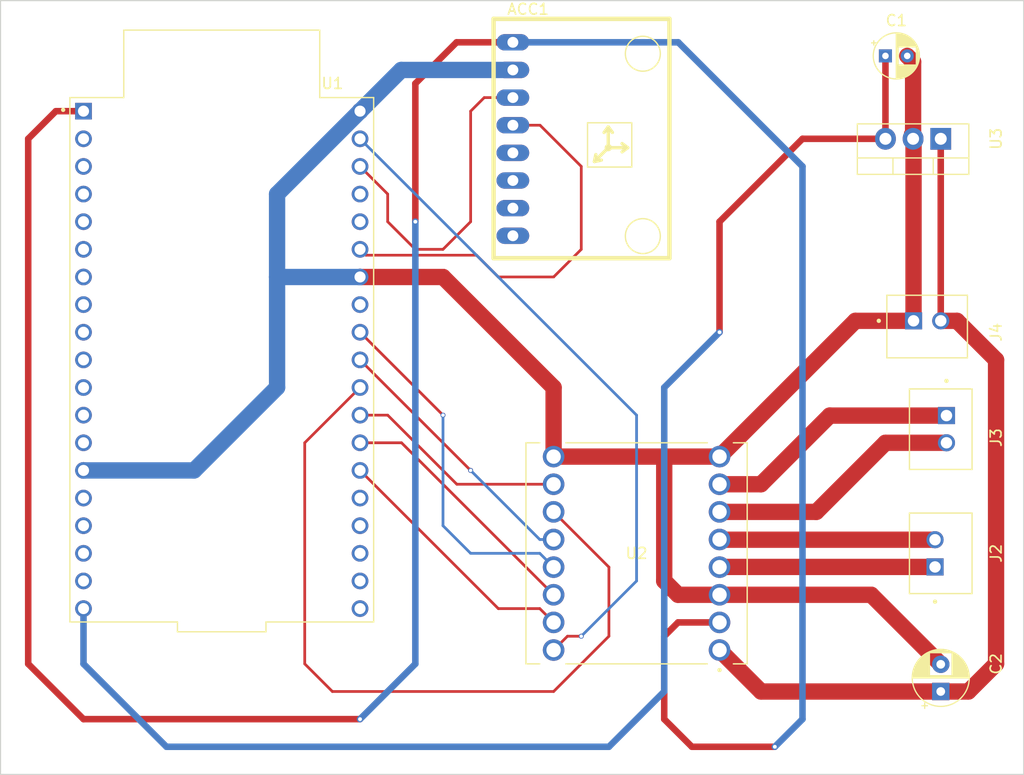
<source format=kicad_pcb>
(kicad_pcb (version 20221018) (generator pcbnew)
  (layers (0 "F.Cu" signal) (31 "B.Cu" signal) (34 "B.Paste" user) (35 "F.Paste" user) (36 "B.SilkS" user "B.Silkscreen") (37 "F.SilkS" user "F.Silkscreen") (38 "B.Mask" user) (39 "F.Mask" user) (44 "Edge.Cuts" user))
  (net 0 "")
  (net 3 "Net-(U1-IO21)")
  (net 4 "Net-(U1-IO22)")
  (net 5 "GND")
  (net 6 "+3.3V")
  (net 9 "+5V")
  (net 10 "+6V")
  (net 11 "Net-(U2-A02)")
  (net 12 "Net-(U2-A01)")
  (net 13 "Net-(U2-B02)")
  (net 14 "Net-(U2-B01)")
  (net 36 "Net-(U1-IO0)")
  (net 37 "Net-(U1-IO4)")
  (net 38 "Net-(U1-IO16)")
  (net 39 "Net-(U1-IO17)")
  (net 40 "Net-(U1-IO5)")
  (net 41 "Net-(U1-IO18)")
  (net 45 "Net-(U1-IO23)")
  (footprint "B2B-XH-A__LF__SN_:JST_B2B-XH-A__LF__SN_" (layer "F.Cu") (at 208.28 109.22 -90)
    (fp_text reference "J2" (at 0 -5.08 90) (layer "F.SilkS"))
    (fp_text value "MotorA")
    (fp_line (start -3.7 -2.875) (end 3.7 -2.875) (stroke (width 0.127)) (layer "F.SilkS"))
    (fp_line (start -3.7 2.875) (end -3.7 -2.875) (stroke (width 0.127)) (layer "F.SilkS"))
    (fp_line (start 3.7 -2.875) (end 3.7 2.875) (stroke (width 0.127)) (layer "F.SilkS"))
    (fp_line (start 3.7 2.875) (end -3.7 2.875) (stroke (width 0.127)) (layer "F.SilkS"))
    (fp_circle (center 4.44 0.525) (end 4.54 0.525) (stroke (width 0.2)) (fill none) (layer "F.SilkS"))
    (pad "1" thru_hole rect (at 1.25 0.525 270) (size 1.575 1.575) (drill 1.05) (layers "*.Cu" "*.Mask") (net 12 "Net-(U2-A01)"))
    (pad "2" thru_hole circle (at -1.25 0.525 270) (size 1.575 1.575) (drill 1.05) (layers "*.Cu" "*.Mask") (net 11 "Net-(U2-A02)"))
  )
  (footprint "Capacitor_THT:CP_Radial_D4.0mm_P2.00mm" (layer "F.Cu") (at 203.2 63.5)
    (fp_text reference "C1" (at 1 -3.25) (layer "F.SilkS"))
    (fp_text value "0.1 µF")
    (fp_line (start -1.269801 -1.195) (end -0.869801 -1.195) (stroke (width 0.12)) (layer "F.SilkS"))
    (fp_line (start -1.069801 -1.395) (end -1.069801 -0.995) (stroke (width 0.12)) (layer "F.SilkS"))
    (fp_line (start 1 -2.08) (end 1 2.08) (stroke (width 0.12)) (layer "F.SilkS"))
    (fp_line (start 1.04 -2.08) (end 1.04 2.08) (stroke (width 0.12)) (layer "F.SilkS"))
    (fp_line (start 1.08 -2.079) (end 1.08 2.079) (stroke (width 0.12)) (layer "F.SilkS"))
    (fp_line (start 1.12 -2.077) (end 1.12 2.077) (stroke (width 0.12)) (layer "F.SilkS"))
    (fp_line (start 1.16 -2.074) (end 1.16 2.074) (stroke (width 0.12)) (layer "F.SilkS"))
    (fp_line (start 1.2 -2.071) (end 1.2 -0.84) (stroke (width 0.12)) (layer "F.SilkS"))
    (fp_line (start 1.2 0.84) (end 1.2 2.071) (stroke (width 0.12)) (layer "F.SilkS"))
    (fp_line (start 1.24 -2.067) (end 1.24 -0.84) (stroke (width 0.12)) (layer "F.SilkS"))
    (fp_line (start 1.24 0.84) (end 1.24 2.067) (stroke (width 0.12)) (layer "F.SilkS"))
    (fp_line (start 1.28 -2.062) (end 1.28 -0.84) (stroke (width 0.12)) (layer "F.SilkS"))
    (fp_line (start 1.28 0.84) (end 1.28 2.062) (stroke (width 0.12)) (layer "F.SilkS"))
    (fp_line (start 1.32 -2.056) (end 1.32 -0.84) (stroke (width 0.12)) (layer "F.SilkS"))
    (fp_line (start 1.32 0.84) (end 1.32 2.056) (stroke (width 0.12)) (layer "F.SilkS"))
    (fp_line (start 1.36 -2.05) (end 1.36 -0.84) (stroke (width 0.12)) (layer "F.SilkS"))
    (fp_line (start 1.36 0.84) (end 1.36 2.05) (stroke (width 0.12)) (layer "F.SilkS"))
    (fp_line (start 1.4 -2.042) (end 1.4 -0.84) (stroke (width 0.12)) (layer "F.SilkS"))
    (fp_line (start 1.4 0.84) (end 1.4 2.042) (stroke (width 0.12)) (layer "F.SilkS"))
    (fp_line (start 1.44 -2.034) (end 1.44 -0.84) (stroke (width 0.12)) (layer "F.SilkS"))
    (fp_line (start 1.44 0.84) (end 1.44 2.034) (stroke (width 0.12)) (layer "F.SilkS"))
    (fp_line (start 1.48 -2.025) (end 1.48 -0.84) (stroke (width 0.12)) (layer "F.SilkS"))
    (fp_line (start 1.48 0.84) (end 1.48 2.025) (stroke (width 0.12)) (layer "F.SilkS"))
    (fp_line (start 1.52 -2.016) (end 1.52 -0.84) (stroke (width 0.12)) (layer "F.SilkS"))
    (fp_line (start 1.52 0.84) (end 1.52 2.016) (stroke (width 0.12)) (layer "F.SilkS"))
    (fp_line (start 1.56 -2.005) (end 1.56 -0.84) (stroke (width 0.12)) (layer "F.SilkS"))
    (fp_line (start 1.56 0.84) (end 1.56 2.005) (stroke (width 0.12)) (layer "F.SilkS"))
    (fp_line (start 1.6 -1.994) (end 1.6 -0.84) (stroke (width 0.12)) (layer "F.SilkS"))
    (fp_line (start 1.6 0.84) (end 1.6 1.994) (stroke (width 0.12)) (layer "F.SilkS"))
    (fp_line (start 1.64 -1.982) (end 1.64 -0.84) (stroke (width 0.12)) (layer "F.SilkS"))
    (fp_line (start 1.64 0.84) (end 1.64 1.982) (stroke (width 0.12)) (layer "F.SilkS"))
    (fp_line (start 1.68 -1.968) (end 1.68 -0.84) (stroke (width 0.12)) (layer "F.SilkS"))
    (fp_line (start 1.68 0.84) (end 1.68 1.968) (stroke (width 0.12)) (layer "F.SilkS"))
    (fp_line (start 1.721 -1.954) (end 1.721 -0.84) (stroke (width 0.12)) (layer "F.SilkS"))
    (fp_line (start 1.721 0.84) (end 1.721 1.954) (stroke (width 0.12)) (layer "F.SilkS"))
    (fp_line (start 1.761 -1.94) (end 1.761 -0.84) (stroke (width 0.12)) (layer "F.SilkS"))
    (fp_line (start 1.761 0.84) (end 1.761 1.94) (stroke (width 0.12)) (layer "F.SilkS"))
    (fp_line (start 1.801 -1.924) (end 1.801 -0.84) (stroke (width 0.12)) (layer "F.SilkS"))
    (fp_line (start 1.801 0.84) (end 1.801 1.924) (stroke (width 0.12)) (layer "F.SilkS"))
    (fp_line (start 1.841 -1.907) (end 1.841 -0.84) (stroke (width 0.12)) (layer "F.SilkS"))
    (fp_line (start 1.841 0.84) (end 1.841 1.907) (stroke (width 0.12)) (layer "F.SilkS"))
    (fp_line (start 1.881 -1.889) (end 1.881 -0.84) (stroke (width 0.12)) (layer "F.SilkS"))
    (fp_line (start 1.881 0.84) (end 1.881 1.889) (stroke (width 0.12)) (layer "F.SilkS"))
    (fp_line (start 1.921 -1.87) (end 1.921 -0.84) (stroke (width 0.12)) (layer "F.SilkS"))
    (fp_line (start 1.921 0.84) (end 1.921 1.87) (stroke (width 0.12)) (layer "F.SilkS"))
    (fp_line (start 1.961 -1.851) (end 1.961 -0.84) (stroke (width 0.12)) (layer "F.SilkS"))
    (fp_line (start 1.961 0.84) (end 1.961 1.851) (stroke (width 0.12)) (layer "F.SilkS"))
    (fp_line (start 2.001 -1.83) (end 2.001 -0.84) (stroke (width 0.12)) (layer "F.SilkS"))
    (fp_line (start 2.001 0.84) (end 2.001 1.83) (stroke (width 0.12)) (layer "F.SilkS"))
    (fp_line (start 2.041 -1.808) (end 2.041 -0.84) (stroke (width 0.12)) (layer "F.SilkS"))
    (fp_line (start 2.041 0.84) (end 2.041 1.808) (stroke (width 0.12)) (layer "F.SilkS"))
    (fp_line (start 2.081 -1.785) (end 2.081 -0.84) (stroke (width 0.12)) (layer "F.SilkS"))
    (fp_line (start 2.081 0.84) (end 2.081 1.785) (stroke (width 0.12)) (layer "F.SilkS"))
    (fp_line (start 2.121 -1.76) (end 2.121 -0.84) (stroke (width 0.12)) (layer "F.SilkS"))
    (fp_line (start 2.121 0.84) (end 2.121 1.76) (stroke (width 0.12)) (layer "F.SilkS"))
    (fp_line (start 2.161 -1.735) (end 2.161 -0.84) (stroke (width 0.12)) (layer "F.SilkS"))
    (fp_line (start 2.161 0.84) (end 2.161 1.735) (stroke (width 0.12)) (layer "F.SilkS"))
    (fp_line (start 2.201 -1.708) (end 2.201 -0.84) (stroke (width 0.12)) (layer "F.SilkS"))
    (fp_line (start 2.201 0.84) (end 2.201 1.708) (stroke (width 0.12)) (layer "F.SilkS"))
    (fp_line (start 2.241 -1.68) (end 2.241 -0.84) (stroke (width 0.12)) (layer "F.SilkS"))
    (fp_line (start 2.241 0.84) (end 2.241 1.68) (stroke (width 0.12)) (layer "F.SilkS"))
    (fp_line (start 2.281 -1.65) (end 2.281 -0.84) (stroke (width 0.12)) (layer "F.SilkS"))
    (fp_line (start 2.281 0.84) (end 2.281 1.65) (stroke (width 0.12)) (layer "F.SilkS"))
    (fp_line (start 2.321 -1.619) (end 2.321 -0.84) (stroke (width 0.12)) (layer "F.SilkS"))
    (fp_line (start 2.321 0.84) (end 2.321 1.619) (stroke (width 0.12)) (layer "F.SilkS"))
    (fp_line (start 2.361 -1.587) (end 2.361 -0.84) (stroke (width 0.12)) (layer "F.SilkS"))
    (fp_line (start 2.361 0.84) (end 2.361 1.587) (stroke (width 0.12)) (layer "F.SilkS"))
    (fp_line (start 2.401 -1.552) (end 2.401 -0.84) (stroke (width 0.12)) (layer "F.SilkS"))
    (fp_line (start 2.401 0.84) (end 2.401 1.552) (stroke (width 0.12)) (layer "F.SilkS"))
    (fp_line (start 2.441 -1.516) (end 2.441 -0.84) (stroke (width 0.12)) (layer "F.SilkS"))
    (fp_line (start 2.441 0.84) (end 2.441 1.516) (stroke (width 0.12)) (layer "F.SilkS"))
    (fp_line (start 2.481 -1.478) (end 2.481 -0.84) (stroke (width 0.12)) (layer "F.SilkS"))
    (fp_line (start 2.481 0.84) (end 2.481 1.478) (stroke (width 0.12)) (layer "F.SilkS"))
    (fp_line (start 2.521 -1.438) (end 2.521 -0.84) (stroke (width 0.12)) (layer "F.SilkS"))
    (fp_line (start 2.521 0.84) (end 2.521 1.438) (stroke (width 0.12)) (layer "F.SilkS"))
    (fp_line (start 2.561 -1.396) (end 2.561 -0.84) (stroke (width 0.12)) (layer "F.SilkS"))
    (fp_line (start 2.561 0.84) (end 2.561 1.396) (stroke (width 0.12)) (layer "F.SilkS"))
    (fp_line (start 2.601 -1.351) (end 2.601 -0.84) (stroke (width 0.12)) (layer "F.SilkS"))
    (fp_line (start 2.601 0.84) (end 2.601 1.351) (stroke (width 0.12)) (layer "F.SilkS"))
    (fp_line (start 2.641 -1.304) (end 2.641 -0.84) (stroke (width 0.12)) (layer "F.SilkS"))
    (fp_line (start 2.641 0.84) (end 2.641 1.304) (stroke (width 0.12)) (layer "F.SilkS"))
    (fp_line (start 2.681 -1.254) (end 2.681 -0.84) (stroke (width 0.12)) (layer "F.SilkS"))
    (fp_line (start 2.681 0.84) (end 2.681 1.254) (stroke (width 0.12)) (layer "F.SilkS"))
    (fp_line (start 2.721 -1.2) (end 2.721 -0.84) (stroke (width 0.12)) (layer "F.SilkS"))
    (fp_line (start 2.721 0.84) (end 2.721 1.2) (stroke (width 0.12)) (layer "F.SilkS"))
    (fp_line (start 2.761 -1.142) (end 2.761 -0.84) (stroke (width 0.12)) (layer "F.SilkS"))
    (fp_line (start 2.761 0.84) (end 2.761 1.142) (stroke (width 0.12)) (layer "F.SilkS"))
    (fp_line (start 2.801 -1.08) (end 2.801 -0.84) (stroke (width 0.12)) (layer "F.SilkS"))
    (fp_line (start 2.801 0.84) (end 2.801 1.08) (stroke (width 0.12)) (layer "F.SilkS"))
    (fp_line (start 2.841 -1.013) (end 2.841 1.013) (stroke (width 0.12)) (layer "F.SilkS"))
    (fp_line (start 2.881 -0.94) (end 2.881 0.94) (stroke (width 0.12)) (layer "F.SilkS"))
    (fp_line (start 2.921 -0.859) (end 2.921 0.859) (stroke (width 0.12)) (layer "F.SilkS"))
    (fp_line (start 2.961 -0.768) (end 2.961 0.768) (stroke (width 0.12)) (layer "F.SilkS"))
    (fp_line (start 3.001 -0.664) (end 3.001 0.664) (stroke (width 0.12)) (layer "F.SilkS"))
    (fp_line (start 3.041 -0.537) (end 3.041 0.537) (stroke (width 0.12)) (layer "F.SilkS"))
    (fp_line (start 3.081 -0.37) (end 3.081 0.37) (stroke (width 0.12)) (layer "F.SilkS"))
    (fp_circle (center 1 0) (end 3.12 0) (stroke (width 0.12)) (fill none) (layer "F.SilkS"))
    (pad "1" thru_hole rect (at 0 0) (size 1.2 1.2) (drill 0.6) (layers "*.Cu" "*.Mask") (net 9 "+5V"))
    (pad "2" thru_hole circle (at 2 0) (size 1.2 1.2) (drill 0.6) (layers "*.Cu" "*.Mask") (net 5 "GND"))
  )
  (footprint "Package_TO_SOT_THT:TO-220-3_Vertical" (layer "F.Cu") (at 208.28 71.12 180)
    (fp_text reference "U3" (at -5.08 0 270) (layer "F.SilkS"))
    (fp_text value "LM7805_TO220")
    (fp_line (start -2.58 -3.27) (end -2.58 1.371) (stroke (width 0.12)) (layer "F.SilkS"))
    (fp_line (start -2.58 -3.27) (end 7.66 -3.27) (stroke (width 0.12)) (layer "F.SilkS"))
    (fp_line (start -2.58 -1.76) (end 7.66 -1.76) (stroke (width 0.12)) (layer "F.SilkS"))
    (fp_line (start -2.58 1.371) (end 7.66 1.371) (stroke (width 0.12)) (layer "F.SilkS"))
    (fp_line (start 0.69 -3.27) (end 0.69 -1.76) (stroke (width 0.12)) (layer "F.SilkS"))
    (fp_line (start 4.391 -3.27) (end 4.391 -1.76) (stroke (width 0.12)) (layer "F.SilkS"))
    (fp_line (start 7.66 -3.27) (end 7.66 1.371) (stroke (width 0.12)) (layer "F.SilkS"))
    (pad "1" thru_hole rect (at 0 0 180) (size 1.905 2) (drill 1.1) (layers "*.Cu" "*.Mask") (net 10 "+6V"))
    (pad "2" thru_hole oval (at 2.54 0 180) (size 1.905 2) (drill 1.1) (layers "*.Cu" "*.Mask") (net 5 "GND"))
    (pad "3" thru_hole oval (at 5.08 0 180) (size 1.905 2) (drill 1.1) (layers "*.Cu" "*.Mask") (net 9 "+5V"))
  )
  (footprint "GY-521:GY-521" (layer "F.Cu") (at 167.2084 82.0966)
    (fp_text reference "ACC1" (at 3.167 -22.8854) (layer "F.SilkS"))
    (fp_text value "GY-521")
    (fp_line (start 0 -22) (end 0 0) (stroke (width 0.4064)) (layer "F.SilkS"))
    (fp_line (start 0 0) (end 16.15 0) (stroke (width 0.4064)) (layer "F.SilkS"))
    (fp_line (start 8.628 -12.446) (end 8.628 -8.382) (stroke (width 0.127)) (layer "F.SilkS"))
    (fp_line (start 8.628 -8.382) (end 12.692 -8.382) (stroke (width 0.127)) (layer "F.SilkS"))
    (fp_line (start 9.263 -8.89) (end 9.39 -9.525) (stroke (width 0.3048)) (layer "F.SilkS"))
    (fp_line (start 9.263 -8.89) (end 9.898 -9.017) (stroke (width 0.3048)) (layer "F.SilkS"))
    (fp_line (start 10.533 -12.065) (end 10.152 -11.557) (stroke (width 0.3048)) (layer "F.SilkS"))
    (fp_line (start 10.533 -10.16) (end 9.263 -8.89) (stroke (width 0.3048)) (layer "F.SilkS"))
    (fp_line (start 10.533 -10.16) (end 10.533 -12.065) (stroke (width 0.3048)) (layer "F.SilkS"))
    (fp_line (start 10.533 -10.16) (end 12.311 -10.16) (stroke (width 0.3048)) (layer "F.SilkS"))
    (fp_line (start 10.914 -11.557) (end 10.533 -12.065) (stroke (width 0.3048)) (layer "F.SilkS"))
    (fp_line (start 11.803 -10.541) (end 12.311 -10.16) (stroke (width 0.3048)) (layer "F.SilkS"))
    (fp_line (start 12.311 -10.16) (end 11.803 -9.779) (stroke (width 0.3048)) (layer "F.SilkS"))
    (fp_line (start 12.692 -12.446) (end 8.628 -12.446) (stroke (width 0.127)) (layer "F.SilkS"))
    (fp_line (start 12.692 -8.382) (end 12.692 -12.446) (stroke (width 0.127)) (layer "F.SilkS"))
    (fp_line (start 16.15 -22) (end 0 -22) (stroke (width 0.4064)) (layer "F.SilkS"))
    (fp_line (start 16.15 0) (end 16.15 -22) (stroke (width 0.4064)) (layer "F.SilkS"))
    (fp_circle (center 10.533 -10.16) (end 10.712603 -10.16) (stroke (width 0.3048)) (fill none) (layer "F.SilkS"))
    (fp_circle (center 13.708 -18.796) (end 15.31443 -18.796) (stroke (width 0.127)) (fill none) (layer "F.SilkS"))
    (fp_circle (center 13.708 -2.032) (end 15.31443 -2.032) (stroke (width 0.127)) (fill none) (layer "F.SilkS"))
    (pad "AD0" thru_hole oval (at 1.77 -4.604) (size 3 1.5) (drill 1) (layers "*.Cu" "*.Mask"))
    (pad "GND" thru_hole oval (at 1.77 -17.304) (size 3 1.5) (drill 1) (layers "*.Cu" "*.Mask") (net 5 "GND"))
    (pad "INT" thru_hole oval (at 1.77 -2.064) (size 3 1.5) (drill 1) (layers "*.Cu" "*.Mask"))
    (pad "SCL" thru_hole oval (at 1.77 -14.764) (size 3 1.5) (drill 1) (layers "*.Cu" "*.Mask") (net 4 "Net-(U1-IO22)"))
    (pad "SDA" thru_hole oval (at 1.77 -12.224) (size 3 1.5) (drill 1) (layers "*.Cu" "*.Mask") (net 3 "Net-(U1-IO21)"))
    (pad "VCC" thru_hole oval (at 1.77 -19.844) (size 3 1.5) (drill 1) (layers "*.Cu" "*.Mask") (net 6 "+3.3V"))
    (pad "XCL" thru_hole oval (at 1.77 -7.144) (size 3 1.5) (drill 1) (layers "*.Cu" "*.Mask"))
    (pad "XDA" thru_hole oval (at 1.77 -9.684) (size 3 1.5) (drill 1) (layers "*.Cu" "*.Mask"))
  )
  (footprint "MountingHole:MountingHole_2.2mm_M2_ISO7380" (layer "F.Cu") (at 213.36 127)
    (fp_text reference "REF**" hide)
    (fp_text value "MountingHole_2.2mm_M2_ISO7380" hide)
    (pad "" np_thru_hole circle (at 0 0) (size 2.2 2.2) (drill 2.2) (layers "F&B.Cu" "*.Mask"))
  )
  (footprint "B2B-XH-A__LF__SN_:JST_B2B-XH-A__LF__SN_" (layer "F.Cu") (at 207.03 88.375 180)
    (fp_text reference "J4" (at -6.33 -0.525 90) (layer "F.SilkS"))
    (fp_text value "Alimentacion")
    (fp_line (start -3.7 -2.875) (end 3.7 -2.875) (stroke (width 0.127)) (layer "F.SilkS"))
    (fp_line (start -3.7 2.875) (end -3.7 -2.875) (stroke (width 0.127)) (layer "F.SilkS"))
    (fp_line (start 3.7 -2.875) (end 3.7 2.875) (stroke (width 0.127)) (layer "F.SilkS"))
    (fp_line (start 3.7 2.875) (end -3.7 2.875) (stroke (width 0.127)) (layer "F.SilkS"))
    (fp_circle (center 4.44 0.525) (end 4.54 0.525) (stroke (width 0.2)) (fill none) (layer "F.SilkS"))
    (pad "1" thru_hole rect (at 1.25 0.525 180) (size 1.575 1.575) (drill 1.05) (layers "*.Cu" "*.Mask") (net 5 "GND"))
    (pad "2" thru_hole circle (at -1.25 0.525 180) (size 1.575 1.575) (drill 1.05) (layers "*.Cu" "*.Mask") (net 10 "+6V"))
  )
  (footprint "MountingHole:MountingHole_2.2mm_M2_ISO7380" (layer "F.Cu") (at 213.36 60.96)
    (fp_text reference "REF**" hide)
    (fp_text value "MountingHole_2.2mm_M2_ISO7380" hide)
    (pad "" np_thru_hole circle (at 0 0) (size 2.2 2.2) (drill 2.2) (layers "F&B.Cu" "*.Mask"))
  )
  (footprint "MountingHole:MountingHole_2.2mm_M2_ISO7380" (layer "F.Cu") (at 124.46 60.96)
    (fp_text reference "REF**" hide)
    (fp_text value "MountingHole_2.2mm_M2_ISO7380" hide)
    (pad "" np_thru_hole circle (at 0 0) (size 2.2 2.2) (drill 2.2) (layers "F&B.Cu" "*.Mask"))
  )
  (footprint "ROB-14450:MODULE_ROB-14450" (layer "F.Cu") (at 180.34 109.22 180)
    (fp_text reference "U2" (at 0 0) (layer "F.SilkS"))
    (fp_text value "ROB-14450")
    (fp_line (start -10.16 -10.16) (end -10.16 10.16) (stroke (width 0.127)) (layer "F.SilkS"))
    (fp_line (start -8.89 -10.16) (end -10.16 -10.16) (stroke (width 0.127)) (layer "F.SilkS"))
    (fp_line (start -8.89 10.16) (end -10.16 10.16) (stroke (width 0.127)) (layer "F.SilkS"))
    (fp_line (start -6.5 -10.16) (end 6.5 -10.16) (stroke (width 0.127)) (layer "F.SilkS"))
    (fp_line (start -6.5 10.16) (end 6.5 10.16) (stroke (width 0.127)) (layer "F.SilkS"))
    (fp_line (start 8.89 -10.16) (end 10.16 -10.16) (stroke (width 0.127)) (layer "F.SilkS"))
    (fp_line (start 8.89 10.16) (end 10.16 10.16) (stroke (width 0.127)) (layer "F.SilkS"))
    (fp_line (start 10.16 10.16) (end 10.16 -10.16) (stroke (width 0.127)) (layer "F.SilkS"))
    (fp_circle (center -7.62 -10.7282) (end -7.52 -10.7282) (stroke (width 0.2)) (fill none) (layer "F.SilkS"))
    (pad "1" thru_hole circle (at -7.62 -8.89 180) (size 1.98 1.98) (drill 1.32) (layers "*.Cu" "*.Mask") (net 10 "+6V"))
    (pad "2" thru_hole circle (at -7.62 -6.35 180) (size 1.98 1.98) (drill 1.32) (layers "*.Cu" "*.Mask") (net 6 "+3.3V"))
    (pad "3" thru_hole circle (at -7.62 -3.81 180) (size 1.98 1.98) (drill 1.32) (layers "*.Cu" "*.Mask") (net 5 "GND"))
    (pad "4" thru_hole circle (at -7.62 -1.27 180) (size 1.98 1.98) (drill 1.32) (layers "*.Cu" "*.Mask") (net 12 "Net-(U2-A01)"))
    (pad "5" thru_hole circle (at -7.62 1.27 180) (size 1.98 1.98) (drill 1.32) (layers "*.Cu" "*.Mask") (net 11 "Net-(U2-A02)"))
    (pad "6" thru_hole circle (at -7.62 3.81 180) (size 1.98 1.98) (drill 1.32) (layers "*.Cu" "*.Mask") (net 13 "Net-(U2-B02)"))
    (pad "7" thru_hole circle (at -7.62 6.35 180) (size 1.98 1.98) (drill 1.32) (layers "*.Cu" "*.Mask") (net 14 "Net-(U2-B01)"))
    (pad "8" thru_hole circle (at -7.62 8.89 180) (size 1.98 1.98) (drill 1.32) (layers "*.Cu" "*.Mask") (net 5 "GND"))
    (pad "9" thru_hole circle (at 7.62 8.89 180) (size 1.98 1.98) (drill 1.32) (layers "*.Cu" "*.Mask") (net 5 "GND"))
    (pad "10" thru_hole circle (at 7.62 6.35 180) (size 1.98 1.98) (drill 1.32) (layers "*.Cu" "*.Mask") (net 38 "Net-(U1-IO16)"))
    (pad "11" thru_hole circle (at 7.62 3.81 180) (size 1.98 1.98) (drill 1.32) (layers "*.Cu" "*.Mask") (net 39 "Net-(U1-IO17)"))
    (pad "12" thru_hole circle (at 7.62 1.27 180) (size 1.98 1.98) (drill 1.32) (layers "*.Cu" "*.Mask") (net 40 "Net-(U1-IO5)"))
    (pad "13" thru_hole circle (at 7.62 -1.27 180) (size 1.98 1.98) (drill 1.32) (layers "*.Cu" "*.Mask") (net 41 "Net-(U1-IO18)"))
    (pad "14" thru_hole circle (at 7.62 -3.81 180) (size 1.98 1.98) (drill 1.32) (layers "*.Cu" "*.Mask") (net 37 "Net-(U1-IO4)"))
    (pad "15" thru_hole circle (at 7.62 -6.35 180) (size 1.98 1.98) (drill 1.32) (layers "*.Cu" "*.Mask") (net 36 "Net-(U1-IO0)"))
    (pad "16" thru_hole circle (at 7.62 -8.89 180) (size 1.98 1.98) (drill 1.32) (layers "*.Cu" "*.Mask") (net 45 "Net-(U1-IO23)"))
  )
  (footprint "Capacitor_THT:CP_Radial_D5.0mm_P2.50mm" (layer "F.Cu") (at 208.28 121.92 90)
    (fp_text reference "C2" (at 2.54 5.08 90) (layer "F.SilkS"))
    (fp_text value "0.22 µF")
    (fp_line (start -1.554775 -1.475) (end -1.054775 -1.475) (stroke (width 0.12)) (layer "F.SilkS"))
    (fp_line (start -1.304775 -1.725) (end -1.304775 -1.225) (stroke (width 0.12)) (layer "F.SilkS"))
    (fp_line (start 1.25 -2.58) (end 1.25 2.58) (stroke (width 0.12)) (layer "F.SilkS"))
    (fp_line (start 1.29 -2.58) (end 1.29 2.58) (stroke (width 0.12)) (layer "F.SilkS"))
    (fp_line (start 1.33 -2.579) (end 1.33 2.579) (stroke (width 0.12)) (layer "F.SilkS"))
    (fp_line (start 1.37 -2.578) (end 1.37 2.578) (stroke (width 0.12)) (layer "F.SilkS"))
    (fp_line (start 1.41 -2.576) (end 1.41 2.576) (stroke (width 0.12)) (layer "F.SilkS"))
    (fp_line (start 1.45 -2.573) (end 1.45 2.573) (stroke (width 0.12)) (layer "F.SilkS"))
    (fp_line (start 1.49 -2.569) (end 1.49 -1.04) (stroke (width 0.12)) (layer "F.SilkS"))
    (fp_line (start 1.49 1.04) (end 1.49 2.569) (stroke (width 0.12)) (layer "F.SilkS"))
    (fp_line (start 1.53 -2.565) (end 1.53 -1.04) (stroke (width 0.12)) (layer "F.SilkS"))
    (fp_line (start 1.53 1.04) (end 1.53 2.565) (stroke (width 0.12)) (layer "F.SilkS"))
    (fp_line (start 1.57 -2.561) (end 1.57 -1.04) (stroke (width 0.12)) (layer "F.SilkS"))
    (fp_line (start 1.57 1.04) (end 1.57 2.561) (stroke (width 0.12)) (layer "F.SilkS"))
    (fp_line (start 1.61 -2.556) (end 1.61 -1.04) (stroke (width 0.12)) (layer "F.SilkS"))
    (fp_line (start 1.61 1.04) (end 1.61 2.556) (stroke (width 0.12)) (layer "F.SilkS"))
    (fp_line (start 1.65 -2.55) (end 1.65 -1.04) (stroke (width 0.12)) (layer "F.SilkS"))
    (fp_line (start 1.65 1.04) (end 1.65 2.55) (stroke (width 0.12)) (layer "F.SilkS"))
    (fp_line (start 1.69 -2.543) (end 1.69 -1.04) (stroke (width 0.12)) (layer "F.SilkS"))
    (fp_line (start 1.69 1.04) (end 1.69 2.543) (stroke (width 0.12)) (layer "F.SilkS"))
    (fp_line (start 1.73 -2.536) (end 1.73 -1.04) (stroke (width 0.12)) (layer "F.SilkS"))
    (fp_line (start 1.73 1.04) (end 1.73 2.536) (stroke (width 0.12)) (layer "F.SilkS"))
    (fp_line (start 1.77 -2.528) (end 1.77 -1.04) (stroke (width 0.12)) (layer "F.SilkS"))
    (fp_line (start 1.77 1.04) (end 1.77 2.528) (stroke (width 0.12)) (layer "F.SilkS"))
    (fp_line (start 1.81 -2.52) (end 1.81 -1.04) (stroke (width 0.12)) (layer "F.SilkS"))
    (fp_line (start 1.81 1.04) (end 1.81 2.52) (stroke (width 0.12)) (layer "F.SilkS"))
    (fp_line (start 1.85 -2.511) (end 1.85 -1.04) (stroke (width 0.12)) (layer "F.SilkS"))
    (fp_line (start 1.85 1.04) (end 1.85 2.511) (stroke (width 0.12)) (layer "F.SilkS"))
    (fp_line (start 1.89 -2.501) (end 1.89 -1.04) (stroke (width 0.12)) (layer "F.SilkS"))
    (fp_line (start 1.89 1.04) (end 1.89 2.501) (stroke (width 0.12)) (layer "F.SilkS"))
    (fp_line (start 1.93 -2.491) (end 1.93 -1.04) (stroke (width 0.12)) (layer "F.SilkS"))
    (fp_line (start 1.93 1.04) (end 1.93 2.491) (stroke (width 0.12)) (layer "F.SilkS"))
    (fp_line (start 1.971 -2.48) (end 1.971 -1.04) (stroke (width 0.12)) (layer "F.SilkS"))
    (fp_line (start 1.971 1.04) (end 1.971 2.48) (stroke (width 0.12)) (layer "F.SilkS"))
    (fp_line (start 2.011 -2.468) (end 2.011 -1.04) (stroke (width 0.12)) (layer "F.SilkS"))
    (fp_line (start 2.011 1.04) (end 2.011 2.468) (stroke (width 0.12)) (layer "F.SilkS"))
    (fp_line (start 2.051 -2.455) (end 2.051 -1.04) (stroke (width 0.12)) (layer "F.SilkS"))
    (fp_line (start 2.051 1.04) (end 2.051 2.455) (stroke (width 0.12)) (layer "F.SilkS"))
    (fp_line (start 2.091 -2.442) (end 2.091 -1.04) (stroke (width 0.12)) (layer "F.SilkS"))
    (fp_line (start 2.091 1.04) (end 2.091 2.442) (stroke (width 0.12)) (layer "F.SilkS"))
    (fp_line (start 2.131 -2.428) (end 2.131 -1.04) (stroke (width 0.12)) (layer "F.SilkS"))
    (fp_line (start 2.131 1.04) (end 2.131 2.428) (stroke (width 0.12)) (layer "F.SilkS"))
    (fp_line (start 2.171 -2.414) (end 2.171 -1.04) (stroke (width 0.12)) (layer "F.SilkS"))
    (fp_line (start 2.171 1.04) (end 2.171 2.414) (stroke (width 0.12)) (layer "F.SilkS"))
    (fp_line (start 2.211 -2.398) (end 2.211 -1.04) (stroke (width 0.12)) (layer "F.SilkS"))
    (fp_line (start 2.211 1.04) (end 2.211 2.398) (stroke (width 0.12)) (layer "F.SilkS"))
    (fp_line (start 2.251 -2.382) (end 2.251 -1.04) (stroke (width 0.12)) (layer "F.SilkS"))
    (fp_line (start 2.251 1.04) (end 2.251 2.382) (stroke (width 0.12)) (layer "F.SilkS"))
    (fp_line (start 2.291 -2.365) (end 2.291 -1.04) (stroke (width 0.12)) (layer "F.SilkS"))
    (fp_line (start 2.291 1.04) (end 2.291 2.365) (stroke (width 0.12)) (layer "F.SilkS"))
    (fp_line (start 2.331 -2.348) (end 2.331 -1.04) (stroke (width 0.12)) (layer "F.SilkS"))
    (fp_line (start 2.331 1.04) (end 2.331 2.348) (stroke (width 0.12)) (layer "F.SilkS"))
    (fp_line (start 2.371 -2.329) (end 2.371 -1.04) (stroke (width 0.12)) (layer "F.SilkS"))
    (fp_line (start 2.371 1.04) (end 2.371 2.329) (stroke (width 0.12)) (layer "F.SilkS"))
    (fp_line (start 2.411 -2.31) (end 2.411 -1.04) (stroke (width 0.12)) (layer "F.SilkS"))
    (fp_line (start 2.411 1.04) (end 2.411 2.31) (stroke (width 0.12)) (layer "F.SilkS"))
    (fp_line (start 2.451 -2.29) (end 2.451 -1.04) (stroke (width 0.12)) (layer "F.SilkS"))
    (fp_line (start 2.451 1.04) (end 2.451 2.29) (stroke (width 0.12)) (layer "F.SilkS"))
    (fp_line (start 2.491 -2.268) (end 2.491 -1.04) (stroke (width 0.12)) (layer "F.SilkS"))
    (fp_line (start 2.491 1.04) (end 2.491 2.268) (stroke (width 0.12)) (layer "F.SilkS"))
    (fp_line (start 2.531 -2.247) (end 2.531 -1.04) (stroke (width 0.12)) (layer "F.SilkS"))
    (fp_line (start 2.531 1.04) (end 2.531 2.247) (stroke (width 0.12)) (layer "F.SilkS"))
    (fp_line (start 2.571 -2.224) (end 2.571 -1.04) (stroke (width 0.12)) (layer "F.SilkS"))
    (fp_line (start 2.571 1.04) (end 2.571 2.224) (stroke (width 0.12)) (layer "F.SilkS"))
    (fp_line (start 2.611 -2.2) (end 2.611 -1.04) (stroke (width 0.12)) (layer "F.SilkS"))
    (fp_line (start 2.611 1.04) (end 2.611 2.2) (stroke (width 0.12)) (layer "F.SilkS"))
    (fp_line (start 2.651 -2.175) (end 2.651 -1.04) (stroke (width 0.12)) (layer "F.SilkS"))
    (fp_line (start 2.651 1.04) (end 2.651 2.175) (stroke (width 0.12)) (layer "F.SilkS"))
    (fp_line (start 2.691 -2.149) (end 2.691 -1.04) (stroke (width 0.12)) (layer "F.SilkS"))
    (fp_line (start 2.691 1.04) (end 2.691 2.149) (stroke (width 0.12)) (layer "F.SilkS"))
    (fp_line (start 2.731 -2.122) (end 2.731 -1.04) (stroke (width 0.12)) (layer "F.SilkS"))
    (fp_line (start 2.731 1.04) (end 2.731 2.122) (stroke (width 0.12)) (layer "F.SilkS"))
    (fp_line (start 2.771 -2.095) (end 2.771 -1.04) (stroke (width 0.12)) (layer "F.SilkS"))
    (fp_line (start 2.771 1.04) (end 2.771 2.095) (stroke (width 0.12)) (layer "F.SilkS"))
    (fp_line (start 2.811 -2.065) (end 2.811 -1.04) (stroke (width 0.12)) (layer "F.SilkS"))
    (fp_line (start 2.811 1.04) (end 2.811 2.065) (stroke (width 0.12)) (layer "F.SilkS"))
    (fp_line (start 2.851 -2.035) (end 2.851 -1.04) (stroke (width 0.12)) (layer "F.SilkS"))
    (fp_line (start 2.851 1.04) (end 2.851 2.035) (stroke (width 0.12)) (layer "F.SilkS"))
    (fp_line (start 2.891 -2.004) (end 2.891 -1.04) (stroke (width 0.12)) (layer "F.SilkS"))
    (fp_line (start 2.891 1.04) (end 2.891 2.004) (stroke (width 0.12)) (layer "F.SilkS"))
    (fp_line (start 2.931 -1.971) (end 2.931 -1.04) (stroke (width 0.12)) (layer "F.SilkS"))
    (fp_line (start 2.931 1.04) (end 2.931 1.971) (stroke (width 0.12)) (layer "F.SilkS"))
    (fp_line (start 2.971 -1.937) (end 2.971 -1.04) (stroke (width 0.12)) (layer "F.SilkS"))
    (fp_line (start 2.971 1.04) (end 2.971 1.937) (stroke (width 0.12)) (layer "F.SilkS"))
    (fp_line (start 3.011 -1.901) (end 3.011 -1.04) (stroke (width 0.12)) (layer "F.SilkS"))
    (fp_line (start 3.011 1.04) (end 3.011 1.901) (stroke (width 0.12)) (layer "F.SilkS"))
    (fp_line (start 3.051 -1.864) (end 3.051 -1.04) (stroke (width 0.12)) (layer "F.SilkS"))
    (fp_line (start 3.051 1.04) (end 3.051 1.864) (stroke (width 0.12)) (layer "F.SilkS"))
    (fp_line (start 3.091 -1.826) (end 3.091 -1.04) (stroke (width 0.12)) (layer "F.SilkS"))
    (fp_line (start 3.091 1.04) (end 3.091 1.826) (stroke (width 0.12)) (layer "F.SilkS"))
    (fp_line (start 3.131 -1.785) (end 3.131 -1.04) (stroke (width 0.12)) (layer "F.SilkS"))
    (fp_line (start 3.131 1.04) (end 3.131 1.785) (stroke (width 0.12)) (layer "F.SilkS"))
    (fp_line (start 3.171 -1.743) (end 3.171 -1.04) (stroke (width 0.12)) (layer "F.SilkS"))
    (fp_line (start 3.171 1.04) (end 3.171 1.743) (stroke (width 0.12)) (layer "F.SilkS"))
    (fp_line (start 3.211 -1.699) (end 3.211 -1.04) (stroke (width 0.12)) (layer "F.SilkS"))
    (fp_line (start 3.211 1.04) (end 3.211 1.699) (stroke (width 0.12)) (layer "F.SilkS"))
    (fp_line (start 3.251 -1.653) (end 3.251 -1.04) (stroke (width 0.12)) (layer "F.SilkS"))
    (fp_line (start 3.251 1.04) (end 3.251 1.653) (stroke (width 0.12)) (layer "F.SilkS"))
    (fp_line (start 3.291 -1.605) (end 3.291 -1.04) (stroke (width 0.12)) (layer "F.SilkS"))
    (fp_line (start 3.291 1.04) (end 3.291 1.605) (stroke (width 0.12)) (layer "F.SilkS"))
    (fp_line (start 3.331 -1.554) (end 3.331 -1.04) (stroke (width 0.12)) (layer "F.SilkS"))
    (fp_line (start 3.331 1.04) (end 3.331 1.554) (stroke (width 0.12)) (layer "F.SilkS"))
    (fp_line (start 3.371 -1.5) (end 3.371 -1.04) (stroke (width 0.12)) (layer "F.SilkS"))
    (fp_line (start 3.371 1.04) (end 3.371 1.5) (stroke (width 0.12)) (layer "F.SilkS"))
    (fp_line (start 3.411 -1.443) (end 3.411 -1.04) (stroke (width 0.12)) (layer "F.SilkS"))
    (fp_line (start 3.411 1.04) (end 3.411 1.443) (stroke (width 0.12)) (layer "F.SilkS"))
    (fp_line (start 3.451 -1.383) (end 3.451 -1.04) (stroke (width 0.12)) (layer "F.SilkS"))
    (fp_line (start 3.451 1.04) (end 3.451 1.383) (stroke (width 0.12)) (layer "F.SilkS"))
    (fp_line (start 3.491 -1.319) (end 3.491 -1.04) (stroke (width 0.12)) (layer "F.SilkS"))
    (fp_line (start 3.491 1.04) (end 3.491 1.319) (stroke (width 0.12)) (layer "F.SilkS"))
    (fp_line (start 3.531 -1.251) (end 3.531 -1.04) (stroke (width 0.12)) (layer "F.SilkS"))
    (fp_line (start 3.531 1.04) (end 3.531 1.251) (stroke (width 0.12)) (layer "F.SilkS"))
    (fp_line (start 3.571 -1.178) (end 3.571 1.178) (stroke (width 0.12)) (layer "F.SilkS"))
    (fp_line (start 3.611 -1.098) (end 3.611 1.098) (stroke (width 0.12)) (layer "F.SilkS"))
    (fp_line (start 3.651 -1.011) (end 3.651 1.011) (stroke (width 0.12)) (layer "F.SilkS"))
    (fp_line (start 3.691 -0.915) (end 3.691 0.915) (stroke (width 0.12)) (layer "F.SilkS"))
    (fp_line (start 3.731 -0.805) (end 3.731 0.805) (stroke (width 0.12)) (layer "F.SilkS"))
    (fp_line (start 3.771 -0.677) (end 3.771 0.677) (stroke (width 0.12)) (layer "F.SilkS"))
    (fp_line (start 3.811 -0.518) (end 3.811 0.518) (stroke (width 0.12)) (layer "F.SilkS"))
    (fp_line (start 3.851 -0.284) (end 3.851 0.284) (stroke (width 0.12)) (layer "F.SilkS"))
    (fp_circle (center 1.25 0) (end 3.87 0) (stroke (width 0.12)) (fill none) (layer "F.SilkS"))
    (pad "1" thru_hole rect (at 0 0 90) (size 1.6 1.6) (drill 0.8) (layers "*.Cu" "*.Mask") (net 10 "+6V"))
    (pad "2" thru_hole circle (at 2.5 0 90) (size 1.6 1.6) (drill 0.8) (layers "*.Cu" "*.Mask") (net 5 "GND"))
  )
  (footprint "B2B-XH-A__LF__SN_:JST_B2B-XH-A__LF__SN_" (layer "F.Cu") (at 208.28 97.81 90)
    (fp_text reference "J3" (at -0.775 5.08 90) (layer "F.SilkS"))
    (fp_text value "MotorB")
    (fp_line (start -3.7 -2.875) (end 3.7 -2.875) (stroke (width 0.127)) (layer "F.SilkS"))
    (fp_line (start -3.7 2.875) (end -3.7 -2.875) (stroke (width 0.127)) (layer "F.SilkS"))
    (fp_line (start 3.7 -2.875) (end 3.7 2.875) (stroke (width 0.127)) (layer "F.SilkS"))
    (fp_line (start 3.7 2.875) (end -3.7 2.875) (stroke (width 0.127)) (layer "F.SilkS"))
    (fp_circle (center 4.44 0.525) (end 4.54 0.525) (stroke (width 0.2)) (fill none) (layer "F.SilkS"))
    (pad "1" thru_hole rect (at 1.25 0.525 90) (size 1.575 1.575) (drill 1.05) (layers "*.Cu" "*.Mask") (net 14 "Net-(U2-B01)"))
    (pad "2" thru_hole circle (at -1.25 0.525 90) (size 1.575 1.575) (drill 1.05) (layers "*.Cu" "*.Mask") (net 13 "Net-(U2-B02)"))
  )
  (footprint "ESP32-DEVKITC:MODULE_ESP32-DEVKITC" (layer "F.Cu") (at 142.24 91.43)
    (fp_text reference "U1" (at 10.16 -25.4) (layer "F.SilkS"))
    (fp_text value "ESP32-DEVKITC")
    (fp_line (start -13.95 -24.1) (end -13.95 24.1) (stroke (width 0.127)) (layer "F.SilkS"))
    (fp_line (start -13.95 24.1) (end -4.07 24.1) (stroke (width 0.127)) (layer "F.SilkS"))
    (fp_line (start -9 -30.3) (end 9 -30.3) (stroke (width 0.127)) (layer "F.SilkS"))
    (fp_line (start -9 -24.1) (end -13.95 -24.1) (stroke (width 0.127)) (layer "F.SilkS"))
    (fp_line (start -9 -24.1) (end -9 -30.3) (stroke (width 0.127)) (layer "F.SilkS"))
    (fp_line (start -4.07 24.1) (end -4.07 25) (stroke (width 0.127)) (layer "F.SilkS"))
    (fp_line (start -4.07 25) (end 4.06 25) (stroke (width 0.127)) (layer "F.SilkS"))
    (fp_line (start 4.06 24.1) (end 13.95 24.1) (stroke (width 0.127)) (layer "F.SilkS"))
    (fp_line (start 4.06 25) (end 4.06 24.1) (stroke (width 0.127)) (layer "F.SilkS"))
    (fp_line (start 9 -30.3) (end 9 -24.1) (stroke (width 0.127)) (layer "F.SilkS"))
    (fp_line (start 13.95 -24.1) (end 9 -24.1) (stroke (width 0.127)) (layer "F.SilkS"))
    (fp_line (start 13.95 24.1) (end 13.95 -24.1) (stroke (width 0.127)) (layer "F.SilkS"))
    (fp_circle (center -14.57 -22.97) (end -14.47 -22.97) (stroke (width 0.2)) (fill none) (layer "F.SilkS"))
    (pad "1" thru_hole rect (at -12.7 -22.85) (size 1.53 1.53) (drill 1.02) (layers "*.Cu" "*.Mask") (net 6 "+3.3V"))
    (pad "2" thru_hole circle (at -12.7 -20.31) (size 1.53 1.53) (drill 1.02) (layers "*.Cu" "*.Mask"))
    (pad "3" thru_hole circle (at -12.7 -17.77) (size 1.53 1.53) (drill 1.02) (layers "*.Cu" "*.Mask"))
    (pad "4" thru_hole circle (at -12.7 -15.23) (size 1.53 1.53) (drill 1.02) (layers "*.Cu" "*.Mask"))
    (pad "5" thru_hole circle (at -12.7 -12.69) (size 1.53 1.53) (drill 1.02) (layers "*.Cu" "*.Mask"))
    (pad "6" thru_hole circle (at -12.7 -10.15) (size 1.53 1.53) (drill 1.02) (layers "*.Cu" "*.Mask"))
    (pad "7" thru_hole circle (at -12.7 -7.61) (size 1.53 1.53) (drill 1.02) (layers "*.Cu" "*.Mask"))
    (pad "8" thru_hole circle (at -12.7 -5.07) (size 1.53 1.53) (drill 1.02) (layers "*.Cu" "*.Mask"))
    (pad "9" thru_hole circle (at -12.7 -2.53) (size 1.53 1.53) (drill 1.02) (layers "*.Cu" "*.Mask"))
    (pad "10" thru_hole circle (at -12.7 0.01) (size 1.53 1.53) (drill 1.02) (layers "*.Cu" "*.Mask"))
    (pad "11" thru_hole circle (at -12.7 2.55) (size 1.53 1.53) (drill 1.02) (layers "*.Cu" "*.Mask"))
    (pad "12" thru_hole circle (at -12.7 5.09) (size 1.53 1.53) (drill 1.02) (layers "*.Cu" "*.Mask"))
    (pad "13" thru_hole circle (at -12.7 7.63) (size 1.53 1.53) (drill 1.02) (layers "*.Cu" "*.Mask"))
    (pad "14" thru_hole circle (at -12.7 10.17) (size 1.53 1.53) (drill 1.02) (layers "*.Cu" "*.Mask") (net 5 "GND"))
    (pad "15" thru_hole circle (at -12.7 12.71) (size 1.53 1.53) (drill 1.02) (layers "*.Cu" "*.Mask"))
    (pad "16" thru_hole circle (at -12.7 15.25) (size 1.53 1.53) (drill 1.02) (layers "*.Cu" "*.Mask"))
    (pad "17" thru_hole circle (at -12.7 17.79) (size 1.53 1.53) (drill 1.02) (layers "*.Cu" "*.Mask"))
    (pad "18" thru_hole circle (at -12.7 20.33) (size 1.53 1.53) (drill 1.02) (layers "*.Cu" "*.Mask"))
    (pad "19" thru_hole circle (at -12.7 22.87) (size 1.53 1.53) (drill 1.02) (layers "*.Cu" "*.Mask") (net 9 "+5V"))
    (pad "20" thru_hole circle (at 12.7 22.87) (size 1.53 1.53) (drill 1.02) (layers "*.Cu" "*.Mask"))
    (pad "21" thru_hole circle (at 12.7 20.33) (size 1.53 1.53) (drill 1.02) (layers "*.Cu" "*.Mask"))
    (pad "22" thru_hole circle (at 12.7 17.79) (size 1.53 1.53) (drill 1.02) (layers "*.Cu" "*.Mask"))
    (pad "23" thru_hole circle (at 12.7 15.25) (size 1.53 1.53) (drill 1.02) (layers "*.Cu" "*.Mask"))
    (pad "24" thru_hole circle (at 12.7 12.71) (size 1.53 1.53) (drill 1.02) (layers "*.Cu" "*.Mask"))
    (pad "25" thru_hole circle (at 12.7 10.17) (size 1.53 1.53) (drill 1.02) (layers "*.Cu" "*.Mask") (net 36 "Net-(U1-IO0)"))
    (pad "26" thru_hole circle (at 12.7 7.63) (size 1.53 1.53) (drill 1.02) (layers "*.Cu" "*.Mask") (net 37 "Net-(U1-IO4)"))
    (pad "27" thru_hole circle (at 12.7 5.09) (size 1.53 1.53) (drill 1.02) (layers "*.Cu" "*.Mask") (net 38 "Net-(U1-IO16)"))
    (pad "28" thru_hole circle (at 12.7 2.55) (size 1.53 1.53) (drill 1.02) (layers "*.Cu" "*.Mask") (net 39 "Net-(U1-IO17)"))
    (pad "29" thru_hole circle (at 12.7 0.01) (size 1.53 1.53) (drill 1.02) (layers "*.Cu" "*.Mask") (net 40 "Net-(U1-IO5)"))
    (pad "30" thru_hole circle (at 12.7 -2.53) (size 1.53 1.53) (drill 1.02) (layers "*.Cu" "*.Mask") (net 41 "Net-(U1-IO18)"))
    (pad "31" thru_hole circle (at 12.7 -5.07) (size 1.53 1.53) (drill 1.02) (layers "*.Cu" "*.Mask"))
    (pad "32" thru_hole circle (at 12.7 -7.61) (size 1.53 1.53) (drill 1.02) (layers "*.Cu" "*.Mask") (net 5 "GND"))
    (pad "33" thru_hole circle (at 12.7 -10.15) (size 1.53 1.53) (drill 1.02) (layers "*.Cu" "*.Mask") (net 3 "Net-(U1-IO21)"))
    (pad "34" thru_hole circle (at 12.7 -12.69) (size 1.53 1.53) (drill 1.02) (layers "*.Cu" "*.Mask"))
    (pad "35" thru_hole circle (at 12.7 -15.23) (size 1.53 1.53) (drill 1.02) (layers "*.Cu" "*.Mask"))
    (pad "36" thru_hole circle (at 12.7 -17.77) (size 1.53 1.53) (drill 1.02) (layers "*.Cu" "*.Mask") (net 4 "Net-(U1-IO22)"))
    (pad "37" thru_hole circle (at 12.7 -20.31) (size 1.53 1.53) (drill 1.02) (layers "*.Cu" "*.Mask") (net 45 "Net-(U1-IO23)"))
    (pad "38" thru_hole circle (at 12.7 -22.85) (size 1.53 1.53) (drill 1.02) (layers "*.Cu" "*.Mask") (net 5 "GND"))
  )
  (footprint "MountingHole:MountingHole_2.2mm_M2_ISO7380" (layer "F.Cu") (at 124.46 127)
    (fp_text reference "REF**" hide)
    (fp_text value "MountingHole_2.2mm_M2_ISO7380" hide)
    (pad "" np_thru_hole circle (at 0 0) (size 2.2 2.2) (drill 2.2) (layers "F&B.Cu" "*.Mask"))
  )
  (gr_rect (start 121.92 58.42) (end 215.9 129.54) (stroke (width 0.1)) (fill none) (layer "Edge.Cuts"))
  (segment (start 175.26 81.28) (end 175.26 73.66) (width 0.25) (layer "F.Cu") (net 3))
  (segment (start 165.637536 81.817536) (end 167.64 83.82) (width 0.25) (layer "F.Cu") (net 3))
  (segment (start 175.26 73.66) (end 171.4726 69.8726) (width 0.25) (layer "F.Cu") (net 3))
  (segment (start 155.477536 81.817536) (end 165.637536 81.817536) (width 0.25) (layer "F.Cu") (net 3))
  (segment (start 154.94 81.28) (end 155.477536 81.817536) (width 0.25) (layer "F.Cu") (net 3))
  (segment (start 167.64 83.82) (end 172.72 83.82) (width 0.25) (layer "F.Cu") (net 3))
  (segment (start 171.4726 69.8726) (end 168.9784 69.8726) (width 0.25) (layer "F.Cu") (net 3))
  (segment (start 172.72 83.82) (end 175.26 81.28) (width 0.25) (layer "F.Cu") (net 3))
  (segment (start 166.3474 67.3326) (end 168.9784 67.3326) (width 0.25) (layer "F.Cu") (net 4))
  (segment (start 154.94 73.66) (end 157.48 76.2) (width 0.25) (layer "F.Cu") (net 4))
  (segment (start 162.56 81.28) (end 165.1 78.74) (width 0.25) (layer "F.Cu") (net 4))
  (segment (start 157.48 76.2) (end 157.48 78.74) (width 0.25) (layer "F.Cu") (net 4))
  (segment (start 165.1 68.58) (end 166.3474 67.3326) (width 0.25) (layer "F.Cu") (net 4))
  (segment (start 165.1 78.74) (end 165.1 68.58) (width 0.25) (layer "F.Cu") (net 4))
  (segment (start 157.48 78.74) (end 160.02 81.28) (width 0.25) (layer "F.Cu") (net 4))
  (segment (start 160.02 81.28) (end 162.56 81.28) (width 0.25) (layer "F.Cu") (net 4))
  (segment (start 184.15 113.03) (end 182.88 111.76) (width 1.5) (layer "F.Cu") (net 5))
  (segment (start 200.44 87.85) (end 205.78 87.85) (width 1.5) (layer "F.Cu") (net 5))
  (segment (start 205.2 70.58) (end 205.74 71.12) (width 0.6) (layer "F.Cu") (net 5))
  (segment (start 205.74 64.04) (end 205.2 63.5) (width 1.5) (layer "F.Cu") (net 5))
  (segment (start 182.88 100.33) (end 187.96 100.33) (width 1.5) (layer "F.Cu") (net 5))
  (segment (start 162.56 83.82) (end 172.72 93.98) (width 1.5) (layer "F.Cu") (net 5))
  (segment (start 205.78 71.16) (end 205.74 71.12) (width 1.5) (layer "F.Cu") (net 5))
  (segment (start 182.88 111.76) (end 182.88 100.33) (width 1.5) (layer "F.Cu") (net 5))
  (segment (start 154.94 83.82) (end 162.56 83.82) (width 1.5) (layer "F.Cu") (net 5))
  (segment (start 201.89 113.03) (end 208.28 119.42) (width 1.5) (layer "F.Cu") (net 5))
  (segment (start 205.74 71.12) (end 205.74 64.04) (width 1.5) (layer "F.Cu") (net 5))
  (segment (start 187.96 113.03) (end 184.15 113.03) (width 1.5) (layer "F.Cu") (net 5))
  (segment (start 180.34 100.33) (end 182.88 100.33) (width 1.5) (layer "F.Cu") (net 5))
  (segment (start 205.78 87.85) (end 205.78 71.16) (width 1.5) (layer "F.Cu") (net 5))
  (segment (start 187.96 113.03) (end 201.89 113.03) (width 1.5) (layer "F.Cu") (net 5))
  (segment (start 172.72 93.98) (end 172.72 100.33) (width 1.5) (layer "F.Cu") (net 5))
  (segment (start 172.72 100.33) (end 180.34 100.33) (width 1.5) (layer "F.Cu") (net 5))
  (segment (start 187.96 100.33) (end 200.44 87.85) (width 1.5) (layer "F.Cu") (net 5))
  (segment (start 154.94 68.58) (end 158.7274 64.7926) (width 1.5) (layer "B.Cu") (net 5))
  (segment (start 139.7 101.6) (end 147.32 93.98) (width 1.5) (layer "B.Cu") (net 5))
  (segment (start 158.7274 64.7926) (end 168.9784 64.7926) (width 1.5) (layer "B.Cu") (net 5))
  (segment (start 147.32 76.2) (end 147.32 83.82) (width 1.5) (layer "B.Cu") (net 5))
  (segment (start 147.32 93.98) (end 147.32 83.82) (width 1.5) (layer "B.Cu") (net 5))
  (segment (start 147.32 83.82) (end 154.94 83.82) (width 1.5) (layer "B.Cu") (net 5))
  (segment (start 154.94 68.58) (end 147.32 76.2) (width 1.5) (layer "B.Cu") (net 5))
  (segment (start 129.54 101.6) (end 139.7 101.6) (width 1.5) (layer "B.Cu") (net 5))
  (segment (start 124.46 119.38) (end 124.46 71.12) (width 0.6) (layer "F.Cu") (net 6))
  (segment (start 160.02 66.04) (end 163.8074 62.2526) (width 0.6) (layer "F.Cu") (net 6))
  (segment (start 160.02 78.74) (end 160.02 66.04) (width 0.6) (layer "F.Cu") (net 6))
  (segment (start 187.96 115.57) (end 184.15 115.57) (width 0.6) (layer "F.Cu") (net 6))
  (segment (start 184.15 115.57) (end 182.88 116.84) (width 0.6) (layer "F.Cu") (net 6))
  (segment (start 129.54 124.46) (end 124.46 119.38) (width 0.6) (layer "F.Cu") (net 6))
  (segment (start 185.42 127) (end 193.04 127) (width 0.6) (layer "F.Cu") (net 6))
  (segment (start 124.46 71.12) (end 127 68.58) (width 0.6) (layer "F.Cu") (net 6))
  (segment (start 154.94 124.46) (end 129.54 124.46) (width 0.6) (layer "F.Cu") (net 6))
  (segment (start 182.88 116.84) (end 182.88 124.46) (width 0.6) (layer "F.Cu") (net 6))
  (segment (start 127 68.58) (end 129.54 68.58) (width 0.6) (layer "F.Cu") (net 6))
  (segment (start 182.88 124.46) (end 185.42 127) (width 0.6) (layer "F.Cu") (net 6))
  (segment (start 163.8074 62.2526) (end 168.9784 62.2526) (width 0.6) (layer "F.Cu") (net 6))
  (via (at 154.94 124.46) (size 0.5) (drill 0.35) (layers "F.Cu" "B.Cu") (net 6))
  (via (at 193.04 127) (size 0.5) (drill 0.35) (layers "F.Cu" "B.Cu") (net 6))
  (via (at 160.02 78.74) (size 0.5) (drill 0.35) (layers "F.Cu" "B.Cu") (net 6))
  (segment (start 195.58 73.66) (end 184.1726 62.2526) (width 0.6) (layer "B.Cu") (net 6))
  (segment (start 195.58 124.46) (end 195.58 73.66) (width 0.6) (layer "B.Cu") (net 6))
  (segment (start 160.02 119.38) (end 154.94 124.46) (width 0.6) (layer "B.Cu") (net 6))
  (segment (start 160.02 78.74) (end 160.02 119.38) (width 0.6) (layer "B.Cu") (net 6))
  (segment (start 193.04 127) (end 195.58 124.46) (width 0.6) (layer "B.Cu") (net 6))
  (segment (start 184.1726 62.2526) (end 168.9784 62.2526) (width 0.6) (layer "B.Cu") (net 6))
  (segment (start 195.58 71.12) (end 187.96 78.74) (width 0.6) (layer "F.Cu") (net 9))
  (segment (start 203.2 63.5) (end 203.2 71.12) (width 0.6) (layer "F.Cu") (net 9))
  (segment (start 203.2 71.12) (end 195.58 71.12) (width 0.6) (layer "F.Cu") (net 9))
  (segment (start 187.96 78.74) (end 187.96 88.9) (width 0.6) (layer "F.Cu") (net 9))
  (via (at 187.96 88.9) (size 0.5) (drill 0.35) (layers "F.Cu" "B.Cu") (net 9))
  (segment (start 137.16 127) (end 129.54 119.38) (width 0.6) (layer "B.Cu") (net 9))
  (segment (start 182.88 93.98) (end 182.88 121.92) (width 0.6) (layer "B.Cu") (net 9))
  (segment (start 129.54 119.38) (end 129.54 114.3) (width 0.6) (layer "B.Cu") (net 9))
  (segment (start 182.88 121.92) (end 177.8 127) (width 0.6) (layer "B.Cu") (net 9))
  (segment (start 187.96 88.9) (end 182.88 93.98) (width 0.6) (layer "B.Cu") (net 9))
  (segment (start 177.8 127) (end 137.16 127) (width 0.6) (layer "B.Cu") (net 9))
  (segment (start 213.36 119.38) (end 210.82 121.92) (width 1.5) (layer "F.Cu") (net 10))
  (segment (start 208.28 87.85) (end 209.77 87.85) (width 1.5) (layer "F.Cu") (net 10))
  (segment (start 213.36 91.44) (end 213.36 119.38) (width 1.5) (layer "F.Cu") (net 10))
  (segment (start 210.82 121.92) (end 208.28 121.92) (width 1.5) (layer "F.Cu") (net 10))
  (segment (start 209.77 87.85) (end 213.36 91.44) (width 1.5) (layer "F.Cu") (net 10))
  (segment (start 208.28 121.92) (end 191.77 121.92) (width 1.5) (layer "F.Cu") (net 10))
  (segment (start 208.28 87.85) (end 208.28 71.12) (width 0.6) (layer "F.Cu") (net 10))
  (segment (start 191.77 121.92) (end 187.96 118.11) (width 1.5) (layer "F.Cu") (net 10))
  (segment (start 207.755 107.97) (end 187.98 107.97) (width 1.5) (layer "F.Cu") (net 11))
  (segment (start 187.98 107.97) (end 187.96 107.95) (width 1.5) (layer "F.Cu") (net 11))
  (segment (start 207.755 110.47) (end 187.98 110.47) (width 1.5) (layer "F.Cu") (net 12))
  (segment (start 187.98 110.47) (end 187.96 110.49) (width 1.5) (layer "F.Cu") (net 12))
  (segment (start 196.85 105.41) (end 187.96 105.41) (width 1.5) (layer "F.Cu") (net 13))
  (segment (start 208.805 99.06) (end 203.2 99.06) (width 1.5) (layer "F.Cu") (net 13))
  (segment (start 203.2 99.06) (end 196.85 105.41) (width 1.5) (layer "F.Cu") (net 13))
  (segment (start 208.805 96.56) (end 198.08 96.56) (width 1.5) (layer "F.Cu") (net 14))
  (segment (start 191.77 102.87) (end 187.96 102.87) (width 1.5) (layer "F.Cu") (net 14))
  (segment (start 198.08 96.56) (end 191.77 102.87) (width 1.5) (layer "F.Cu") (net 14))
  (segment (start 154.94 101.6) (end 167.64 114.3) (width 0.25) (layer "F.Cu") (net 36))
  (segment (start 171.45 114.3) (end 172.72 115.57) (width 0.25) (layer "F.Cu") (net 36))
  (segment (start 167.64 114.3) (end 171.45 114.3) (width 0.25) (layer "F.Cu") (net 36))
  (segment (start 158.75 99.06) (end 172.72 113.03) (width 0.25) (layer "F.Cu") (net 37))
  (segment (start 154.94 99.06) (end 158.75 99.06) (width 0.25) (layer "F.Cu") (net 37))
  (segment (start 163.83 102.87) (end 172.72 102.87) (width 0.25) (layer "F.Cu") (net 38))
  (segment (start 154.94 96.52) (end 157.48 96.52) (width 0.25) (layer "F.Cu") (net 38))
  (segment (start 157.48 96.52) (end 163.83 102.87) (width 0.25) (layer "F.Cu") (net 38))
  (segment (start 149.86 99.06) (end 149.86 119.38) (width 0.25) (layer "F.Cu") (net 39))
  (segment (start 177.8 116.84) (end 177.8 110.49) (width 0.25) (layer "F.Cu") (net 39))
  (segment (start 152.4 121.92) (end 172.72 121.92) (width 0.25) (layer "F.Cu") (net 39))
  (segment (start 172.72 121.92) (end 177.8 116.84) (width 0.25) (layer "F.Cu") (net 39))
  (segment (start 154.94 93.98) (end 149.86 99.06) (width 0.25) (layer "F.Cu") (net 39))
  (segment (start 177.8 110.49) (end 172.72 105.41) (width 0.25) (layer "F.Cu") (net 39))
  (segment (start 149.86 119.38) (end 152.4 121.92) (width 0.25) (layer "F.Cu") (net 39))
  (segment (start 154.94 91.44) (end 165.1 101.6) (width 0.25) (layer "F.Cu") (net 40))
  (via (at 165.1 101.6) (size 0.45) (drill 0.3) (layers "F.Cu" "B.Cu") (net 40))
  (segment (start 165.1 101.6) (end 171.45 107.95) (width 0.25) (layer "B.Cu") (net 40))
  (segment (start 171.45 107.95) (end 172.72 107.95) (width 0.25) (layer "B.Cu") (net 40))
  (segment (start 154.94 88.9) (end 162.56 96.52) (width 0.25) (layer "F.Cu") (net 41))
  (via (at 162.56 96.52) (size 0.45) (drill 0.3) (layers "F.Cu" "B.Cu") (net 41))
  (segment (start 165.1 109.22) (end 171.45 109.22) (width 0.25) (layer "B.Cu") (net 41))
  (segment (start 162.56 106.68) (end 165.1 109.22) (width 0.25) (layer "B.Cu") (net 41))
  (segment (start 162.56 96.52) (end 162.56 106.68) (width 0.25) (layer "B.Cu") (net 41))
  (segment (start 171.45 109.22) (end 172.72 110.49) (width 0.25) (layer "B.Cu") (net 41))
  (segment (start 172.72 118.11) (end 173.99 116.84) (width 0.25) (layer "F.Cu") (net 45))
  (segment (start 173.99 116.84) (end 175.26 116.84) (width 0.25) (layer "F.Cu") (net 45))
  (via (at 175.26 116.84) (size 0.45) (drill 0.3) (layers "F.Cu" "B.Cu") (net 45))
  (segment (start 180.34 111.76) (end 180.34 96.52) (width 0.25) (layer "B.Cu") (net 45))
  (segment (start 180.34 96.52) (end 154.94 71.12) (width 0.25) (layer "B.Cu") (net 45))
  (segment (start 175.26 116.84) (end 180.34 111.76) (width 0.25) (layer "B.Cu") (net 45))
)
</source>
